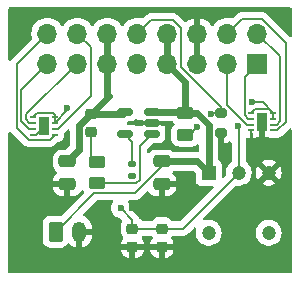
<source format=gbr>
%TF.GenerationSoftware,KiCad,Pcbnew,8.0.1*%
%TF.CreationDate,2024-03-24T19:04:35+02:00*%
%TF.ProjectId,PowerKiCad-CLRMAT005,506f7765-724b-4694-9361-642d434c524d,rev?*%
%TF.SameCoordinates,Original*%
%TF.FileFunction,Copper,L1,Top*%
%TF.FilePolarity,Positive*%
%FSLAX46Y46*%
G04 Gerber Fmt 4.6, Leading zero omitted, Abs format (unit mm)*
G04 Created by KiCad (PCBNEW 8.0.1) date 2024-03-24 19:04:35*
%MOMM*%
%LPD*%
G01*
G04 APERTURE LIST*
G04 Aperture macros list*
%AMRoundRect*
0 Rectangle with rounded corners*
0 $1 Rounding radius*
0 $2 $3 $4 $5 $6 $7 $8 $9 X,Y pos of 4 corners*
0 Add a 4 corners polygon primitive as box body*
4,1,4,$2,$3,$4,$5,$6,$7,$8,$9,$2,$3,0*
0 Add four circle primitives for the rounded corners*
1,1,$1+$1,$2,$3*
1,1,$1+$1,$4,$5*
1,1,$1+$1,$6,$7*
1,1,$1+$1,$8,$9*
0 Add four rect primitives between the rounded corners*
20,1,$1+$1,$2,$3,$4,$5,0*
20,1,$1+$1,$4,$5,$6,$7,0*
20,1,$1+$1,$6,$7,$8,$9,0*
20,1,$1+$1,$8,$9,$2,$3,0*%
G04 Aperture macros list end*
%TA.AperFunction,SMDPad,CuDef*%
%ADD10RoundRect,0.062500X-0.187500X-0.062500X0.187500X-0.062500X0.187500X0.062500X-0.187500X0.062500X0*%
%TD*%
%TA.AperFunction,SMDPad,CuDef*%
%ADD11R,0.900000X1.600000*%
%TD*%
%TA.AperFunction,ComponentPad*%
%ADD12C,1.200000*%
%TD*%
%TA.AperFunction,ComponentPad*%
%ADD13R,1.200000X1.200000*%
%TD*%
%TA.AperFunction,SMDPad,CuDef*%
%ADD14RoundRect,0.225000X-0.250000X0.225000X-0.250000X-0.225000X0.250000X-0.225000X0.250000X0.225000X0*%
%TD*%
%TA.AperFunction,SMDPad,CuDef*%
%ADD15RoundRect,0.250000X-0.475000X0.250000X-0.475000X-0.250000X0.475000X-0.250000X0.475000X0.250000X0*%
%TD*%
%TA.AperFunction,SMDPad,CuDef*%
%ADD16RoundRect,0.218750X0.256250X-0.218750X0.256250X0.218750X-0.256250X0.218750X-0.256250X-0.218750X0*%
%TD*%
%TA.AperFunction,SMDPad,CuDef*%
%ADD17RoundRect,0.150000X0.512500X0.150000X-0.512500X0.150000X-0.512500X-0.150000X0.512500X-0.150000X0*%
%TD*%
%TA.AperFunction,SMDPad,CuDef*%
%ADD18RoundRect,0.250000X0.450000X-0.262500X0.450000X0.262500X-0.450000X0.262500X-0.450000X-0.262500X0*%
%TD*%
%TA.AperFunction,ComponentPad*%
%ADD19R,1.700000X1.700000*%
%TD*%
%TA.AperFunction,ComponentPad*%
%ADD20O,1.700000X1.700000*%
%TD*%
%TA.AperFunction,SMDPad,CuDef*%
%ADD21RoundRect,0.250000X-0.450000X0.262500X-0.450000X-0.262500X0.450000X-0.262500X0.450000X0.262500X0*%
%TD*%
%TA.AperFunction,SMDPad,CuDef*%
%ADD22RoundRect,0.135000X-0.185000X0.135000X-0.185000X-0.135000X0.185000X-0.135000X0.185000X0.135000X0*%
%TD*%
%TA.AperFunction,SMDPad,CuDef*%
%ADD23RoundRect,0.200000X-0.275000X0.200000X-0.275000X-0.200000X0.275000X-0.200000X0.275000X0.200000X0*%
%TD*%
%TA.AperFunction,ComponentPad*%
%ADD24RoundRect,0.250000X-0.350000X-0.625000X0.350000X-0.625000X0.350000X0.625000X-0.350000X0.625000X0*%
%TD*%
%TA.AperFunction,ComponentPad*%
%ADD25O,1.200000X1.750000*%
%TD*%
%TA.AperFunction,ViaPad*%
%ADD26C,0.600000*%
%TD*%
%TA.AperFunction,Conductor*%
%ADD27C,0.400000*%
%TD*%
%TA.AperFunction,Conductor*%
%ADD28C,0.200000*%
%TD*%
%TA.AperFunction,Conductor*%
%ADD29C,0.600000*%
%TD*%
G04 APERTURE END LIST*
D10*
%TO.P,U2,1,VM*%
%TO.N,/BATT_IN*%
X153550000Y-92925000D03*
%TO.P,U2,2,OUT1*%
%TO.N,/Motor2_A*%
X153550000Y-93425000D03*
%TO.P,U2,3,OUT2*%
%TO.N,/Motor2_B*%
X153550000Y-93925000D03*
%TO.P,U2,4,GND*%
%TO.N,GND*%
X153550000Y-94425000D03*
%TO.P,U2,5,IN2*%
%TO.N,/PC7*%
X155450000Y-94425000D03*
%TO.P,U2,6,IN1*%
%TO.N,/PC6*%
X155450000Y-93925000D03*
%TO.P,U2,7,~{SLEEP}*%
%TO.N,/BATT_IN*%
X155450000Y-93425000D03*
%TO.P,U2,8,VCC*%
X155450000Y-92925000D03*
D11*
%TO.P,U2,9,GND*%
%TO.N,GND*%
X154500000Y-93675000D03*
%TD*%
D12*
%TO.P,SW1,*%
%TO.N,*%
X149960000Y-103080000D03*
X155040000Y-103080000D03*
D13*
%TO.P,SW1,1,A*%
%TO.N,/BATT*%
X149960000Y-98000000D03*
D12*
%TO.P,SW1,2,B*%
%TO.N,/BATT_IN*%
X152500000Y-98000000D03*
%TO.P,SW1,3,C*%
%TO.N,GND*%
X155040000Y-98000000D03*
%TD*%
D14*
%TO.P,C1,1*%
%TO.N,/BATT_IN*%
X146000000Y-102725000D03*
%TO.P,C1,2*%
%TO.N,GND*%
X146000000Y-104275000D03*
%TD*%
D15*
%TO.P,C3,1*%
%TO.N,+5V*%
X138000000Y-97050000D03*
%TO.P,C3,2*%
%TO.N,GND*%
X138000000Y-98950000D03*
%TD*%
D16*
%TO.P,D1,1,K*%
%TO.N,/STAT_LIGHT*%
X140000000Y-94562500D03*
%TO.P,D1,2,A*%
%TO.N,+5V*%
X140000000Y-92987500D03*
%TD*%
D17*
%TO.P,U3,1,STAT*%
%TO.N,Net-(U3-STAT)*%
X145137500Y-94725000D03*
%TO.P,U3,2,V_{SS}*%
%TO.N,GND*%
X145137500Y-93775000D03*
%TO.P,U3,3,V_{BAT}*%
%TO.N,/BATT*%
X145137500Y-92825000D03*
%TO.P,U3,4,V_{DD}*%
%TO.N,+5V*%
X142862500Y-92825000D03*
%TO.P,U3,5,PROG*%
%TO.N,Net-(U3-PROG)*%
X142862500Y-94725000D03*
%TD*%
D18*
%TO.P,R2,1*%
%TO.N,Net-(U3-STAT)*%
X140500000Y-98912500D03*
%TO.P,R2,2*%
%TO.N,/STAT_LIGHT*%
X140500000Y-97087500D03*
%TD*%
D15*
%TO.P,C4,1*%
%TO.N,/BATT*%
X146000000Y-97050000D03*
%TO.P,C4,2*%
%TO.N,GND*%
X146000000Y-98950000D03*
%TD*%
D19*
%TO.P,J1,1,Pin_1*%
%TO.N,/Motor2_A*%
X154080000Y-88775000D03*
D20*
%TO.P,J1,2,Pin_2*%
%TO.N,/PC6*%
X154080000Y-86235000D03*
%TO.P,J1,3,Pin_3*%
%TO.N,/Motor2_B*%
X151540000Y-88775000D03*
%TO.P,J1,4,Pin_4*%
%TO.N,/PC7*%
X151540000Y-86235000D03*
%TO.P,J1,5,Pin_5*%
%TO.N,GND*%
X149000000Y-88775000D03*
%TO.P,J1,6,Pin_6*%
X149000000Y-86235000D03*
%TO.P,J1,7,Pin_7*%
%TO.N,/BATT*%
X146460000Y-88775000D03*
%TO.P,J1,8,Pin_8*%
X146460000Y-86235000D03*
%TO.P,J1,9,Pin_9*%
%TO.N,/PD7*%
X143920000Y-88775000D03*
%TO.P,J1,10,Pin_10*%
%TO.N,/BATT_ADC*%
X143920000Y-86235000D03*
%TO.P,J1,11,Pin_11*%
%TO.N,+5V*%
X141380000Y-88775000D03*
%TO.P,J1,12,Pin_12*%
X141380000Y-86235000D03*
%TO.P,J1,13,Pin_13*%
%TO.N,/Motor1_A*%
X138840000Y-88775000D03*
%TO.P,J1,14,Pin_14*%
%TO.N,/PC8*%
X138840000Y-86235000D03*
%TO.P,J1,15,Pin_15*%
%TO.N,/Motor1_B*%
X136300000Y-88775000D03*
%TO.P,J1,16,Pin_16*%
%TO.N,/PC9*%
X136300000Y-86235000D03*
%TD*%
D21*
%TO.P,R3,1*%
%TO.N,/BATT*%
X148000000Y-92950000D03*
%TO.P,R3,2*%
%TO.N,/BATT_ADC*%
X148000000Y-94775000D03*
%TD*%
D22*
%TO.P,R1,1*%
%TO.N,Net-(U3-PROG)*%
X143500000Y-97265000D03*
%TO.P,R1,2*%
%TO.N,GND*%
X143500000Y-98285000D03*
%TD*%
D10*
%TO.P,U1,1,VM*%
%TO.N,/BATT_IN*%
X135050000Y-93275000D03*
%TO.P,U1,2,OUT1*%
%TO.N,/Motor1_A*%
X135050000Y-93775000D03*
%TO.P,U1,3,OUT2*%
%TO.N,/Motor1_B*%
X135050000Y-94275000D03*
%TO.P,U1,4,GND*%
%TO.N,GND*%
X135050000Y-94775000D03*
%TO.P,U1,5,IN2*%
%TO.N,/PC9*%
X136950000Y-94775000D03*
%TO.P,U1,6,IN1*%
%TO.N,/PC8*%
X136950000Y-94275000D03*
%TO.P,U1,7,~{SLEEP}*%
%TO.N,/BATT_IN*%
X136950000Y-93775000D03*
%TO.P,U1,8,VCC*%
X136950000Y-93275000D03*
D11*
%TO.P,U1,9,GND*%
%TO.N,GND*%
X136000000Y-94025000D03*
%TD*%
D23*
%TO.P,R4,1*%
%TO.N,/BATT_ADC*%
X151000000Y-92950000D03*
%TO.P,R4,2*%
%TO.N,GND*%
X151000000Y-94600000D03*
%TD*%
D14*
%TO.P,C2,1*%
%TO.N,/BATT_IN*%
X143500000Y-102725000D03*
%TO.P,C2,2*%
%TO.N,GND*%
X143500000Y-104275000D03*
%TD*%
D24*
%TO.P,J2,1,Pin_1*%
%TO.N,/BATT*%
X137000000Y-103000000D03*
D25*
%TO.P,J2,2,Pin_2*%
%TO.N,GND*%
X139000000Y-103000000D03*
%TD*%
D26*
%TO.N,GND*%
X146500000Y-95500000D03*
X155000000Y-96000000D03*
X150000000Y-84500000D03*
X143500000Y-101000000D03*
X151500000Y-96500000D03*
X136000000Y-94000000D03*
X143500000Y-98312500D03*
%TO.N,/BATT_ADC*%
X150145686Y-93014314D03*
X149014314Y-94145686D03*
%TO.N,/BATT_IN*%
X142500000Y-101000000D03*
X138000000Y-92500000D03*
X152473199Y-94026801D03*
X153600000Y-92000000D03*
%TD*%
D27*
%TO.N,GND*%
X149000000Y-85000000D02*
X148500000Y-84500000D01*
D28*
X153550000Y-94425000D02*
X153550000Y-95450000D01*
D27*
X149000000Y-88775000D02*
X149000000Y-85000000D01*
X143500000Y-98285000D02*
X143500000Y-98312500D01*
D28*
X153550000Y-95450000D02*
X153500000Y-95500000D01*
X136000000Y-94089386D02*
X135314386Y-94775000D01*
X154500000Y-93675000D02*
X154500000Y-95000000D01*
X151000000Y-94600000D02*
X151000000Y-95500000D01*
X136000000Y-94025000D02*
X136000000Y-94089386D01*
X135314386Y-94775000D02*
X135050000Y-94775000D01*
D29*
%TO.N,/BATT*%
X146460000Y-86235000D02*
X146460000Y-88775000D01*
X148000000Y-92950000D02*
X148000000Y-90315000D01*
D28*
X137000000Y-103000000D02*
X140275000Y-99725000D01*
D29*
X149010000Y-97050000D02*
X149960000Y-98000000D01*
D28*
X140275000Y-99725000D02*
X143715256Y-99725000D01*
D29*
X145137500Y-92825000D02*
X147875000Y-92825000D01*
X148950000Y-92950000D02*
X148000000Y-92950000D01*
X147875000Y-92825000D02*
X148000000Y-92950000D01*
D28*
X146000000Y-97440256D02*
X146000000Y-97050000D01*
X143715256Y-99725000D02*
X146000000Y-97440256D01*
D29*
X149960000Y-93960000D02*
X148950000Y-92950000D01*
X148000000Y-90315000D02*
X146460000Y-88775000D01*
X146000000Y-97050000D02*
X149010000Y-97050000D01*
X149960000Y-98000000D02*
X149960000Y-93960000D01*
%TO.N,+5V*%
X140000000Y-92987500D02*
X142700000Y-92987500D01*
X138000000Y-97050000D02*
X139000000Y-96050000D01*
X139000000Y-93987500D02*
X140000000Y-92987500D01*
X141380000Y-86235000D02*
X141380000Y-88775000D01*
X139000000Y-96050000D02*
X139000000Y-93987500D01*
X140012500Y-92987500D02*
X141500000Y-91500000D01*
X141500000Y-91500000D02*
X141380000Y-91380000D01*
X140000000Y-92987500D02*
X140012500Y-92987500D01*
X141380000Y-91380000D02*
X141380000Y-88775000D01*
X142700000Y-92987500D02*
X142862500Y-92825000D01*
D28*
%TO.N,/STAT_LIGHT*%
X140000000Y-96587500D02*
X140500000Y-97087500D01*
X140000000Y-94562500D02*
X140000000Y-96587500D01*
%TO.N,/PC9*%
X136525000Y-95200000D02*
X134710614Y-95200000D01*
X136950000Y-94775000D02*
X136525000Y-95200000D01*
X133700000Y-94189386D02*
X133700000Y-88835000D01*
X134710614Y-95200000D02*
X133700000Y-94189386D01*
X133700000Y-88835000D02*
X136300000Y-86235000D01*
%TO.N,/Motor1_A*%
X134500000Y-93489386D02*
X134500000Y-93060614D01*
X134500000Y-93060614D02*
X138785614Y-88775000D01*
X138785614Y-88775000D02*
X138840000Y-88775000D01*
X135050000Y-93775000D02*
X134785614Y-93775000D01*
X134785614Y-93775000D02*
X134500000Y-93489386D01*
%TO.N,/PC8*%
X137214386Y-94275000D02*
X139990000Y-91499386D01*
X136950000Y-94275000D02*
X137214386Y-94275000D01*
X139990000Y-91499386D02*
X139990000Y-87385000D01*
X139990000Y-87385000D02*
X138840000Y-86235000D01*
%TO.N,/Motor1_B*%
X134719928Y-94275000D02*
X134100000Y-93655071D01*
X134100000Y-93655071D02*
X134100000Y-90975000D01*
X134100000Y-90975000D02*
X136300000Y-88775000D01*
X135050000Y-94275000D02*
X134719928Y-94275000D01*
%TO.N,/PC6*%
X156000000Y-93639386D02*
X156000000Y-88155000D01*
X156000000Y-88155000D02*
X154080000Y-86235000D01*
X155714386Y-93925000D02*
X156000000Y-93639386D01*
X155450000Y-93925000D02*
X155714386Y-93925000D01*
%TO.N,/PC7*%
X156500000Y-93705072D02*
X156500000Y-87028654D01*
X155450000Y-94425000D02*
X155780072Y-94425000D01*
X155780072Y-94425000D02*
X156500000Y-93705072D01*
X156500000Y-87028654D02*
X154471346Y-85000000D01*
X152775000Y-85000000D02*
X151540000Y-86235000D01*
X154471346Y-85000000D02*
X152775000Y-85000000D01*
%TO.N,/Motor2_B*%
X153219928Y-93925000D02*
X151540000Y-92245072D01*
X153550000Y-93925000D02*
X153219928Y-93925000D01*
X151540000Y-92245072D02*
X151540000Y-88775000D01*
%TO.N,/Motor2_A*%
X153550000Y-93425000D02*
X153285614Y-93425000D01*
X153000000Y-93139386D02*
X153000000Y-89855000D01*
X153000000Y-89855000D02*
X154080000Y-88775000D01*
X153285614Y-93425000D02*
X153000000Y-93139386D01*
%TO.N,/BATT_ADC*%
X147610000Y-85758654D02*
X147610000Y-89076472D01*
X151000000Y-92950000D02*
X150210000Y-92950000D01*
X145070000Y-85085000D02*
X146936346Y-85085000D01*
X146936346Y-85085000D02*
X147610000Y-85758654D01*
X150210000Y-92950000D02*
X150145686Y-93014314D01*
X143920000Y-86235000D02*
X145070000Y-85085000D01*
X148385000Y-94775000D02*
X149014314Y-94145686D01*
X147610000Y-89076472D02*
X151000000Y-92466472D01*
X148000000Y-94775000D02*
X148385000Y-94775000D01*
X151000000Y-92466472D02*
X151000000Y-92950000D01*
%TO.N,Net-(U3-PROG)*%
X143500000Y-95362500D02*
X143500000Y-97265000D01*
X142862500Y-94725000D02*
X143500000Y-95362500D01*
%TO.N,Net-(U3-STAT)*%
X144120000Y-95742500D02*
X144120000Y-98603924D01*
X143811424Y-98912500D02*
X140500000Y-98912500D01*
X144120000Y-98603924D02*
X143811424Y-98912500D01*
X145137500Y-94725000D02*
X144120000Y-95742500D01*
%TO.N,/BATT_IN*%
X138000000Y-92500000D02*
X138000000Y-92725000D01*
X136750000Y-92925000D02*
X136950000Y-93125000D01*
X155100000Y-92575000D02*
X155450000Y-92925000D01*
X146000000Y-102725000D02*
X147775000Y-102725000D01*
X153900000Y-92575000D02*
X155100000Y-92575000D01*
X143500000Y-102000000D02*
X142500000Y-101000000D01*
X143500000Y-102725000D02*
X146000000Y-102725000D01*
X147775000Y-102725000D02*
X152500000Y-98000000D01*
X154525000Y-92000000D02*
X153600000Y-92000000D01*
X136950000Y-93775000D02*
X136950000Y-93275000D01*
X152500000Y-98000000D02*
X152500000Y-94053602D01*
X152500000Y-94053602D02*
X152473199Y-94026801D01*
X143500000Y-102725000D02*
X143500000Y-102000000D01*
X153550000Y-92925000D02*
X153900000Y-92575000D01*
X155450000Y-93425000D02*
X155450000Y-92925000D01*
X135050000Y-93275000D02*
X135400000Y-92925000D01*
X155450000Y-92925000D02*
X154525000Y-92000000D01*
X135400000Y-92925000D02*
X136750000Y-92925000D01*
X138000000Y-92725000D02*
X136950000Y-93775000D01*
X136950000Y-93125000D02*
X136950000Y-93275000D01*
%TD*%
%TA.AperFunction,Conductor*%
%TO.N,GND*%
G36*
X154644709Y-93444685D02*
G01*
X154690464Y-93497489D01*
X154700609Y-93532817D01*
X154713989Y-93634468D01*
X154716094Y-93642322D01*
X154712814Y-93643200D01*
X154718581Y-93697073D01*
X154715517Y-93707522D01*
X154716095Y-93707677D01*
X154713990Y-93715529D01*
X154699500Y-93825598D01*
X154699500Y-94024403D01*
X154713989Y-94134468D01*
X154716094Y-94142322D01*
X154712814Y-94143200D01*
X154718581Y-94197073D01*
X154715517Y-94207522D01*
X154716095Y-94207677D01*
X154713990Y-94215529D01*
X154699500Y-94325598D01*
X154699500Y-94524403D01*
X154713988Y-94634463D01*
X154713990Y-94634470D01*
X154713991Y-94634472D01*
X154728668Y-94669906D01*
X154740561Y-94698616D01*
X154750000Y-94746069D01*
X154750000Y-94975000D01*
X154943575Y-94975000D01*
X154991028Y-94984439D01*
X154991361Y-94984577D01*
X155115528Y-95036009D01*
X155225599Y-95050500D01*
X155674400Y-95050499D01*
X155674403Y-95050499D01*
X155784463Y-95036011D01*
X155784467Y-95036009D01*
X155784472Y-95036009D01*
X155787053Y-95034939D01*
X155834505Y-95025501D01*
X155859126Y-95025501D01*
X155859129Y-95025501D01*
X156011857Y-94984577D01*
X156104561Y-94931054D01*
X156148788Y-94905520D01*
X156260592Y-94793716D01*
X156260592Y-94793714D01*
X156270796Y-94783511D01*
X156270800Y-94783506D01*
X156787819Y-94266487D01*
X156849142Y-94233002D01*
X156918834Y-94237986D01*
X156974767Y-94279858D01*
X156999184Y-94345322D01*
X156999500Y-94354168D01*
X156999500Y-106376000D01*
X156979815Y-106443039D01*
X156927011Y-106488794D01*
X156875500Y-106500000D01*
X133124500Y-106500000D01*
X133057461Y-106480315D01*
X133011706Y-106427511D01*
X133000500Y-106376000D01*
X133000500Y-104525000D01*
X142525001Y-104525000D01*
X142525001Y-104548322D01*
X142535144Y-104647607D01*
X142588452Y-104808481D01*
X142588457Y-104808492D01*
X142677424Y-104952728D01*
X142677427Y-104952732D01*
X142797267Y-105072572D01*
X142797271Y-105072575D01*
X142941507Y-105161542D01*
X142941518Y-105161547D01*
X143102393Y-105214855D01*
X143201683Y-105224999D01*
X143249999Y-105224998D01*
X143250000Y-105224998D01*
X143250000Y-104525000D01*
X143750000Y-104525000D01*
X143750000Y-105224999D01*
X143798308Y-105224999D01*
X143798322Y-105224998D01*
X143897607Y-105214855D01*
X144058481Y-105161547D01*
X144058492Y-105161542D01*
X144202728Y-105072575D01*
X144202732Y-105072572D01*
X144322572Y-104952732D01*
X144322575Y-104952728D01*
X144411542Y-104808492D01*
X144411547Y-104808481D01*
X144464855Y-104647606D01*
X144474999Y-104548322D01*
X144475000Y-104548309D01*
X144475000Y-104525000D01*
X145025001Y-104525000D01*
X145025001Y-104548322D01*
X145035144Y-104647607D01*
X145088452Y-104808481D01*
X145088457Y-104808492D01*
X145177424Y-104952728D01*
X145177427Y-104952732D01*
X145297267Y-105072572D01*
X145297271Y-105072575D01*
X145441507Y-105161542D01*
X145441518Y-105161547D01*
X145602393Y-105214855D01*
X145701683Y-105224999D01*
X145749999Y-105224998D01*
X145750000Y-105224998D01*
X145750000Y-104525000D01*
X146250000Y-104525000D01*
X146250000Y-105224999D01*
X146298308Y-105224999D01*
X146298322Y-105224998D01*
X146397607Y-105214855D01*
X146558481Y-105161547D01*
X146558492Y-105161542D01*
X146702728Y-105072575D01*
X146702732Y-105072572D01*
X146822572Y-104952732D01*
X146822575Y-104952728D01*
X146911542Y-104808492D01*
X146911547Y-104808481D01*
X146964855Y-104647606D01*
X146974999Y-104548322D01*
X146975000Y-104548309D01*
X146975000Y-104525000D01*
X146250000Y-104525000D01*
X145750000Y-104525000D01*
X145025001Y-104525000D01*
X144475000Y-104525000D01*
X143750000Y-104525000D01*
X143250000Y-104525000D01*
X142525001Y-104525000D01*
X133000500Y-104525000D01*
X133000500Y-99200000D01*
X136775001Y-99200000D01*
X136775001Y-99249986D01*
X136785494Y-99352697D01*
X136840641Y-99519119D01*
X136840643Y-99519124D01*
X136932684Y-99668345D01*
X137056654Y-99792315D01*
X137205875Y-99884356D01*
X137205880Y-99884358D01*
X137372302Y-99939505D01*
X137372309Y-99939506D01*
X137475019Y-99949999D01*
X137749999Y-99949999D01*
X137750000Y-99949998D01*
X137750000Y-99200000D01*
X136775001Y-99200000D01*
X133000500Y-99200000D01*
X133000500Y-94638013D01*
X133020185Y-94570974D01*
X133072989Y-94525219D01*
X133142147Y-94515275D01*
X133205703Y-94544300D01*
X133213505Y-94552582D01*
X133213733Y-94552355D01*
X133338349Y-94676971D01*
X133338355Y-94676976D01*
X134225753Y-95564374D01*
X134225763Y-95564385D01*
X134230093Y-95568715D01*
X134230094Y-95568716D01*
X134341898Y-95680520D01*
X134414288Y-95722314D01*
X134478829Y-95759577D01*
X134631557Y-95800501D01*
X134631560Y-95800501D01*
X134797267Y-95800501D01*
X134797283Y-95800500D01*
X136438331Y-95800500D01*
X136438347Y-95800501D01*
X136445943Y-95800501D01*
X136604054Y-95800501D01*
X136604057Y-95800501D01*
X136756785Y-95759577D01*
X136821326Y-95722314D01*
X136893716Y-95680520D01*
X137005520Y-95568716D01*
X137005521Y-95568714D01*
X137143872Y-95430362D01*
X137205193Y-95396879D01*
X137215346Y-95395108D01*
X137284472Y-95386009D01*
X137421429Y-95329279D01*
X137539036Y-95239036D01*
X137629279Y-95121429D01*
X137686009Y-94984472D01*
X137700500Y-94874401D01*
X137700499Y-94689482D01*
X137720183Y-94622443D01*
X137736813Y-94601806D01*
X137987820Y-94350800D01*
X138049142Y-94317316D01*
X138118834Y-94322300D01*
X138174767Y-94364172D01*
X138199184Y-94429636D01*
X138199500Y-94438482D01*
X138199500Y-95667059D01*
X138179815Y-95734098D01*
X138163181Y-95754740D01*
X137904739Y-96013181D01*
X137843416Y-96046666D01*
X137817058Y-96049500D01*
X137474998Y-96049500D01*
X137474980Y-96049501D01*
X137372203Y-96060000D01*
X137372200Y-96060001D01*
X137205668Y-96115185D01*
X137205663Y-96115187D01*
X137056342Y-96207289D01*
X136932289Y-96331342D01*
X136840187Y-96480663D01*
X136840186Y-96480666D01*
X136785001Y-96647203D01*
X136785001Y-96647204D01*
X136785000Y-96647204D01*
X136774500Y-96749983D01*
X136774500Y-97350001D01*
X136774501Y-97350019D01*
X136785000Y-97452796D01*
X136785001Y-97452799D01*
X136834089Y-97600936D01*
X136840186Y-97619334D01*
X136932288Y-97768656D01*
X137056344Y-97892712D01*
X137059628Y-97894737D01*
X137059653Y-97894753D01*
X137061445Y-97896746D01*
X137062011Y-97897193D01*
X137061934Y-97897289D01*
X137106379Y-97946699D01*
X137117603Y-98015661D01*
X137089761Y-98079744D01*
X137059665Y-98105826D01*
X137056660Y-98107679D01*
X137056655Y-98107683D01*
X136932684Y-98231654D01*
X136840643Y-98380875D01*
X136840641Y-98380880D01*
X136785494Y-98547302D01*
X136785493Y-98547309D01*
X136775000Y-98650013D01*
X136775000Y-98700000D01*
X138126000Y-98700000D01*
X138193039Y-98719685D01*
X138238794Y-98772489D01*
X138250000Y-98824000D01*
X138250000Y-99949999D01*
X138524972Y-99949999D01*
X138524986Y-99949998D01*
X138627697Y-99939505D01*
X138794119Y-99884358D01*
X138794124Y-99884356D01*
X138943345Y-99792315D01*
X139067315Y-99668345D01*
X139163149Y-99512975D01*
X139165354Y-99514335D01*
X139203495Y-99470984D01*
X139270681Y-99451807D01*
X139337570Y-99471997D01*
X139375283Y-99510705D01*
X139401774Y-99553652D01*
X139424822Y-99591020D01*
X139443263Y-99658412D01*
X139422341Y-99725075D01*
X139406965Y-99743798D01*
X137556226Y-101594537D01*
X137494903Y-101628022D01*
X137455943Y-101630214D01*
X137400011Y-101624500D01*
X136599998Y-101624500D01*
X136599980Y-101624501D01*
X136497203Y-101635000D01*
X136497200Y-101635001D01*
X136330668Y-101690185D01*
X136330663Y-101690187D01*
X136181342Y-101782289D01*
X136057289Y-101906342D01*
X135965187Y-102055663D01*
X135965185Y-102055668D01*
X135946412Y-102112321D01*
X135910001Y-102222203D01*
X135910001Y-102222204D01*
X135910000Y-102222204D01*
X135899500Y-102324983D01*
X135899500Y-103675001D01*
X135899501Y-103675018D01*
X135910000Y-103777796D01*
X135910001Y-103777799D01*
X135951288Y-103902392D01*
X135965186Y-103944334D01*
X136057288Y-104093656D01*
X136181344Y-104217712D01*
X136330666Y-104309814D01*
X136497203Y-104364999D01*
X136599991Y-104375500D01*
X137400008Y-104375499D01*
X137400016Y-104375498D01*
X137400019Y-104375498D01*
X137456302Y-104369748D01*
X137502797Y-104364999D01*
X137669334Y-104309814D01*
X137818656Y-104217712D01*
X137942712Y-104093656D01*
X137982581Y-104029016D01*
X138034525Y-103982294D01*
X138103488Y-103971071D01*
X138167570Y-103998914D01*
X138175799Y-104006434D01*
X138283397Y-104114032D01*
X138423475Y-104215804D01*
X138577744Y-104294408D01*
X138742415Y-104347914D01*
X138742414Y-104347914D01*
X138749999Y-104349115D01*
X138750000Y-104349114D01*
X138750000Y-103280330D01*
X138769745Y-103300075D01*
X138855255Y-103349444D01*
X138950630Y-103375000D01*
X139049370Y-103375000D01*
X139144745Y-103349444D01*
X139230255Y-103300075D01*
X139250000Y-103280330D01*
X139250000Y-104349115D01*
X139257584Y-104347914D01*
X139422255Y-104294408D01*
X139576524Y-104215804D01*
X139716602Y-104114032D01*
X139839032Y-103991602D01*
X139940804Y-103851524D01*
X140019408Y-103697257D01*
X140072914Y-103532584D01*
X140100000Y-103361571D01*
X140100000Y-103250000D01*
X139280330Y-103250000D01*
X139300075Y-103230255D01*
X139349444Y-103144745D01*
X139375000Y-103049370D01*
X139375000Y-102950630D01*
X139349444Y-102855255D01*
X139300075Y-102769745D01*
X139280330Y-102750000D01*
X140100000Y-102750000D01*
X140100000Y-102638428D01*
X140072914Y-102467415D01*
X140019408Y-102302742D01*
X139940804Y-102148475D01*
X139839032Y-102008397D01*
X139716602Y-101885967D01*
X139576524Y-101784195D01*
X139422255Y-101705591D01*
X139404414Y-101699794D01*
X139346738Y-101660356D01*
X139319540Y-101595998D01*
X139331455Y-101527151D01*
X139355047Y-101494187D01*
X140487416Y-100361819D01*
X140548739Y-100328334D01*
X140575097Y-100325500D01*
X141754047Y-100325500D01*
X141821086Y-100345185D01*
X141866841Y-100397989D01*
X141876785Y-100467147D01*
X141859041Y-100515472D01*
X141774211Y-100650476D01*
X141714631Y-100820745D01*
X141714630Y-100820750D01*
X141694435Y-100999996D01*
X141694435Y-101000003D01*
X141714630Y-101179249D01*
X141714631Y-101179254D01*
X141774211Y-101349523D01*
X141865107Y-101494182D01*
X141870184Y-101502262D01*
X141997738Y-101629816D01*
X142150478Y-101725789D01*
X142320745Y-101785368D01*
X142407669Y-101795161D01*
X142472080Y-101822226D01*
X142481465Y-101830700D01*
X142615595Y-101964830D01*
X142649080Y-102026153D01*
X142644096Y-102095845D01*
X142633453Y-102117608D01*
X142587998Y-102191300D01*
X142587996Y-102191305D01*
X142534651Y-102352290D01*
X142524500Y-102451647D01*
X142524500Y-102998337D01*
X142524501Y-102998355D01*
X142534650Y-103097707D01*
X142534651Y-103097710D01*
X142587996Y-103258694D01*
X142588001Y-103258705D01*
X142677029Y-103403040D01*
X142677032Y-103403044D01*
X142686660Y-103412672D01*
X142720145Y-103473995D01*
X142715161Y-103543687D01*
X142686663Y-103588031D01*
X142677428Y-103597265D01*
X142677424Y-103597271D01*
X142588457Y-103741507D01*
X142588452Y-103741518D01*
X142535144Y-103902393D01*
X142525000Y-104001677D01*
X142525000Y-104025000D01*
X144474999Y-104025000D01*
X144474999Y-104001692D01*
X144474998Y-104001677D01*
X144464855Y-103902392D01*
X144411547Y-103741518D01*
X144411542Y-103741507D01*
X144322575Y-103597271D01*
X144322572Y-103597267D01*
X144313339Y-103588034D01*
X144279854Y-103526711D01*
X144284838Y-103457019D01*
X144313343Y-103412668D01*
X144322968Y-103403044D01*
X144334465Y-103384403D01*
X144386412Y-103337679D01*
X144440004Y-103325500D01*
X145059996Y-103325500D01*
X145127035Y-103345185D01*
X145165535Y-103384404D01*
X145177031Y-103403043D01*
X145186660Y-103412672D01*
X145220145Y-103473995D01*
X145215161Y-103543687D01*
X145186663Y-103588031D01*
X145177428Y-103597265D01*
X145177424Y-103597271D01*
X145088457Y-103741507D01*
X145088452Y-103741518D01*
X145035144Y-103902393D01*
X145025000Y-104001677D01*
X145025000Y-104025000D01*
X146974999Y-104025000D01*
X146974999Y-104001692D01*
X146974998Y-104001677D01*
X146964855Y-103902392D01*
X146911547Y-103741518D01*
X146911542Y-103741507D01*
X146822575Y-103597271D01*
X146822572Y-103597267D01*
X146813339Y-103588034D01*
X146779854Y-103526711D01*
X146784838Y-103457019D01*
X146813343Y-103412668D01*
X146822968Y-103403044D01*
X146834465Y-103384403D01*
X146886412Y-103337679D01*
X146940004Y-103325500D01*
X147688331Y-103325500D01*
X147688347Y-103325501D01*
X147695943Y-103325501D01*
X147854054Y-103325501D01*
X147854057Y-103325501D01*
X148006785Y-103284577D01*
X148057366Y-103255374D01*
X148057367Y-103255374D01*
X148143709Y-103205524D01*
X148143708Y-103205524D01*
X148143716Y-103205520D01*
X148255520Y-103093716D01*
X148255520Y-103093714D01*
X148265724Y-103083511D01*
X148265728Y-103083506D01*
X148695578Y-102653655D01*
X148756899Y-102620172D01*
X148826591Y-102625156D01*
X148882524Y-102667028D01*
X148906941Y-102732492D01*
X148902523Y-102775272D01*
X148873603Y-102876914D01*
X148873602Y-102876917D01*
X148854785Y-103079999D01*
X148854785Y-103080000D01*
X148873602Y-103283082D01*
X148929417Y-103479247D01*
X148929422Y-103479260D01*
X149020327Y-103661821D01*
X149143237Y-103824581D01*
X149293958Y-103961980D01*
X149293960Y-103961982D01*
X149365753Y-104006434D01*
X149467363Y-104069348D01*
X149657544Y-104143024D01*
X149858024Y-104180500D01*
X149858026Y-104180500D01*
X150061974Y-104180500D01*
X150061976Y-104180500D01*
X150262456Y-104143024D01*
X150452637Y-104069348D01*
X150626041Y-103961981D01*
X150776764Y-103824579D01*
X150899673Y-103661821D01*
X150990582Y-103479250D01*
X151046397Y-103283083D01*
X151065215Y-103080000D01*
X153934785Y-103080000D01*
X153953602Y-103283082D01*
X154009417Y-103479247D01*
X154009422Y-103479260D01*
X154100327Y-103661821D01*
X154223237Y-103824581D01*
X154373958Y-103961980D01*
X154373960Y-103961982D01*
X154445753Y-104006434D01*
X154547363Y-104069348D01*
X154737544Y-104143024D01*
X154938024Y-104180500D01*
X154938026Y-104180500D01*
X155141974Y-104180500D01*
X155141976Y-104180500D01*
X155342456Y-104143024D01*
X155532637Y-104069348D01*
X155706041Y-103961981D01*
X155856764Y-103824579D01*
X155979673Y-103661821D01*
X156070582Y-103479250D01*
X156126397Y-103283083D01*
X156145215Y-103080000D01*
X156126397Y-102876917D01*
X156070582Y-102680750D01*
X156063749Y-102667028D01*
X156026272Y-102591764D01*
X155979673Y-102498179D01*
X155920704Y-102420091D01*
X155856762Y-102335418D01*
X155706041Y-102198019D01*
X155706039Y-102198017D01*
X155532642Y-102090655D01*
X155532635Y-102090651D01*
X155393140Y-102036611D01*
X155342456Y-102016976D01*
X155141976Y-101979500D01*
X154938024Y-101979500D01*
X154737544Y-102016976D01*
X154737541Y-102016976D01*
X154737541Y-102016977D01*
X154547364Y-102090651D01*
X154547357Y-102090655D01*
X154373960Y-102198017D01*
X154373958Y-102198019D01*
X154223237Y-102335418D01*
X154100327Y-102498178D01*
X154009422Y-102680739D01*
X154009417Y-102680752D01*
X153953602Y-102876917D01*
X153934785Y-103079999D01*
X153934785Y-103080000D01*
X151065215Y-103080000D01*
X151046397Y-102876917D01*
X150990582Y-102680750D01*
X150983749Y-102667028D01*
X150946272Y-102591764D01*
X150899673Y-102498179D01*
X150840704Y-102420091D01*
X150776762Y-102335418D01*
X150626041Y-102198019D01*
X150626039Y-102198017D01*
X150452642Y-102090655D01*
X150452635Y-102090651D01*
X150313140Y-102036611D01*
X150262456Y-102016976D01*
X150061976Y-101979500D01*
X149858024Y-101979500D01*
X149657544Y-102016976D01*
X149657540Y-102016977D01*
X149651909Y-102018030D01*
X149651456Y-102015607D01*
X149592135Y-102015049D01*
X149533715Y-101976722D01*
X149505290Y-101912896D01*
X149515885Y-101843834D01*
X149540505Y-101808728D01*
X152226030Y-99123203D01*
X152287351Y-99089720D01*
X152336493Y-99088998D01*
X152398024Y-99100500D01*
X152398025Y-99100500D01*
X152601974Y-99100500D01*
X152601976Y-99100500D01*
X152802456Y-99063024D01*
X152992637Y-98989348D01*
X153081640Y-98934240D01*
X154459311Y-98934240D01*
X154547585Y-98988897D01*
X154737678Y-99062539D01*
X154938072Y-99100000D01*
X155141928Y-99100000D01*
X155342322Y-99062539D01*
X155532412Y-98988899D01*
X155532416Y-98988897D01*
X155620686Y-98934241D01*
X155620686Y-98934240D01*
X155040001Y-98353553D01*
X155040000Y-98353553D01*
X154459311Y-98934240D01*
X153081640Y-98934240D01*
X153166041Y-98881981D01*
X153316764Y-98744579D01*
X153439673Y-98581821D01*
X153530582Y-98399250D01*
X153586397Y-98203083D01*
X153605215Y-98000000D01*
X153935287Y-98000000D01*
X153954096Y-98202989D01*
X153954097Y-98202992D01*
X154009883Y-98399063D01*
X154009886Y-98399069D01*
X154100751Y-98581551D01*
X154102533Y-98583911D01*
X154646950Y-98039496D01*
X154740000Y-98039496D01*
X154760444Y-98115796D01*
X154799940Y-98184205D01*
X154855795Y-98240060D01*
X154924204Y-98279556D01*
X155000504Y-98300000D01*
X155079496Y-98300000D01*
X155155796Y-98279556D01*
X155224205Y-98240060D01*
X155280060Y-98184205D01*
X155319556Y-98115796D01*
X155340000Y-98039496D01*
X155340000Y-98000000D01*
X155393553Y-98000000D01*
X155977465Y-98583912D01*
X155979247Y-98581553D01*
X155979248Y-98581551D01*
X156070113Y-98399069D01*
X156070116Y-98399063D01*
X156125902Y-98202992D01*
X156125903Y-98202989D01*
X156144713Y-98000000D01*
X156144713Y-97999999D01*
X156125903Y-97797010D01*
X156125902Y-97797007D01*
X156070116Y-97600936D01*
X156070113Y-97600930D01*
X155979249Y-97418449D01*
X155979247Y-97418447D01*
X155977465Y-97416087D01*
X155393553Y-98000000D01*
X155340000Y-98000000D01*
X155340000Y-97960504D01*
X155319556Y-97884204D01*
X155280060Y-97815795D01*
X155224205Y-97759940D01*
X155155796Y-97720444D01*
X155079496Y-97700000D01*
X155000504Y-97700000D01*
X154924204Y-97720444D01*
X154855795Y-97759940D01*
X154799940Y-97815795D01*
X154760444Y-97884204D01*
X154740000Y-97960504D01*
X154740000Y-98039496D01*
X154646950Y-98039496D01*
X154686446Y-98000000D01*
X154686446Y-97999999D01*
X154102533Y-97416087D01*
X154100755Y-97418442D01*
X154100754Y-97418443D01*
X154009886Y-97600930D01*
X154009883Y-97600936D01*
X153954097Y-97797007D01*
X153954096Y-97797010D01*
X153935287Y-97999999D01*
X153935287Y-98000000D01*
X153605215Y-98000000D01*
X153594727Y-97886819D01*
X153586397Y-97796917D01*
X153558821Y-97700000D01*
X153530582Y-97600750D01*
X153439673Y-97418179D01*
X153316764Y-97255421D01*
X153316762Y-97255418D01*
X153166042Y-97118020D01*
X153166041Y-97118019D01*
X153159221Y-97113796D01*
X153116163Y-97065758D01*
X154459311Y-97065758D01*
X155040000Y-97646446D01*
X155040001Y-97646446D01*
X155620687Y-97065758D01*
X155532413Y-97011101D01*
X155532411Y-97011100D01*
X155342321Y-96937460D01*
X155141928Y-96900000D01*
X154938072Y-96900000D01*
X154737678Y-96937460D01*
X154547588Y-97011100D01*
X154547581Y-97011104D01*
X154459312Y-97065757D01*
X154459311Y-97065758D01*
X153116163Y-97065758D01*
X153112587Y-97061769D01*
X153100500Y-97008370D01*
X153100500Y-95161755D01*
X153120185Y-95094716D01*
X153172989Y-95048961D01*
X153240687Y-95038816D01*
X153325624Y-95049999D01*
X153325637Y-95050000D01*
X153425000Y-95050000D01*
X153425000Y-94674499D01*
X153444685Y-94607460D01*
X153497489Y-94561705D01*
X153548997Y-94550499D01*
X153551001Y-94550499D01*
X153618039Y-94570184D01*
X153663794Y-94622988D01*
X153675000Y-94674499D01*
X153675000Y-95050000D01*
X153774363Y-95050000D01*
X153774377Y-95049999D01*
X153884341Y-95035521D01*
X153884342Y-95035521D01*
X154007666Y-94984439D01*
X154055119Y-94975000D01*
X154250000Y-94975000D01*
X154250000Y-94246069D01*
X154259439Y-94198616D01*
X154286009Y-94134472D01*
X154300500Y-94024401D01*
X154300499Y-93825600D01*
X154286009Y-93715528D01*
X154286008Y-93715525D01*
X154283905Y-93707674D01*
X154287207Y-93706789D01*
X154281392Y-93653075D01*
X154284501Y-93642485D01*
X154283905Y-93642326D01*
X154286008Y-93634475D01*
X154286008Y-93634474D01*
X154286009Y-93634472D01*
X154299392Y-93532814D01*
X154327658Y-93468918D01*
X154385983Y-93430447D01*
X154422331Y-93425000D01*
X154577670Y-93425000D01*
X154644709Y-93444685D01*
G37*
%TD.AperFunction*%
%TA.AperFunction,Conductor*%
G36*
X148694099Y-97870185D02*
G01*
X148714741Y-97886819D01*
X148823181Y-97995259D01*
X148856666Y-98056582D01*
X148859500Y-98082940D01*
X148859500Y-98647870D01*
X148859501Y-98647876D01*
X148865908Y-98707483D01*
X148916202Y-98842328D01*
X148916206Y-98842335D01*
X149002452Y-98957544D01*
X149002455Y-98957547D01*
X149117664Y-99043793D01*
X149117671Y-99043797D01*
X149252517Y-99094091D01*
X149252516Y-99094091D01*
X149259444Y-99094835D01*
X149312127Y-99100500D01*
X150250902Y-99100499D01*
X150317941Y-99120183D01*
X150363696Y-99172987D01*
X150373640Y-99242146D01*
X150344615Y-99305702D01*
X150338583Y-99312180D01*
X147562584Y-102088181D01*
X147501261Y-102121666D01*
X147474903Y-102124500D01*
X146940004Y-102124500D01*
X146872965Y-102104815D01*
X146834465Y-102065596D01*
X146828341Y-102055668D01*
X146822968Y-102046956D01*
X146703044Y-101927032D01*
X146703040Y-101927029D01*
X146558705Y-101838001D01*
X146558699Y-101837998D01*
X146558697Y-101837997D01*
X146511103Y-101822226D01*
X146397709Y-101784651D01*
X146298346Y-101774500D01*
X145701662Y-101774500D01*
X145701644Y-101774501D01*
X145602292Y-101784650D01*
X145602289Y-101784651D01*
X145441305Y-101837996D01*
X145441294Y-101838001D01*
X145296959Y-101927029D01*
X145296955Y-101927032D01*
X145177031Y-102046956D01*
X145165535Y-102065596D01*
X145113588Y-102112321D01*
X145059996Y-102124500D01*
X144440004Y-102124500D01*
X144372965Y-102104815D01*
X144334465Y-102065596D01*
X144328341Y-102055668D01*
X144322968Y-102046956D01*
X144203044Y-101927032D01*
X144124075Y-101878323D01*
X144077354Y-101826378D01*
X144069402Y-101804886D01*
X144059577Y-101768216D01*
X144020074Y-101699794D01*
X143980524Y-101631290D01*
X143980518Y-101631282D01*
X143330700Y-100981465D01*
X143297215Y-100920142D01*
X143295163Y-100907686D01*
X143285368Y-100820745D01*
X143225789Y-100650478D01*
X143140958Y-100515471D01*
X143121959Y-100448235D01*
X143142327Y-100381400D01*
X143195594Y-100336186D01*
X143245953Y-100325500D01*
X143628587Y-100325500D01*
X143628603Y-100325501D01*
X143636199Y-100325501D01*
X143794310Y-100325501D01*
X143794313Y-100325501D01*
X143947041Y-100284577D01*
X143997160Y-100255639D01*
X144083972Y-100205520D01*
X144195776Y-100093716D01*
X144195776Y-100093714D01*
X144205984Y-100083507D01*
X144205986Y-100083504D01*
X144702945Y-99586544D01*
X144764264Y-99553062D01*
X144833955Y-99558046D01*
X144889889Y-99599917D01*
X144896161Y-99609132D01*
X144932682Y-99668343D01*
X145056654Y-99792315D01*
X145205875Y-99884356D01*
X145205880Y-99884358D01*
X145372302Y-99939505D01*
X145372309Y-99939506D01*
X145475019Y-99949999D01*
X145749999Y-99949999D01*
X145750000Y-99949998D01*
X145750000Y-99200000D01*
X146250000Y-99200000D01*
X146250000Y-99949999D01*
X146524972Y-99949999D01*
X146524986Y-99949998D01*
X146627697Y-99939505D01*
X146794119Y-99884358D01*
X146794124Y-99884356D01*
X146943345Y-99792315D01*
X147067315Y-99668345D01*
X147159356Y-99519124D01*
X147159358Y-99519119D01*
X147214505Y-99352697D01*
X147214506Y-99352690D01*
X147224999Y-99249986D01*
X147225000Y-99249973D01*
X147225000Y-99200000D01*
X146250000Y-99200000D01*
X145750000Y-99200000D01*
X145750000Y-98824000D01*
X145769685Y-98756961D01*
X145822489Y-98711206D01*
X145874000Y-98700000D01*
X147224999Y-98700000D01*
X147224999Y-98650028D01*
X147224998Y-98650013D01*
X147214505Y-98547302D01*
X147159358Y-98380880D01*
X147159356Y-98380875D01*
X147067315Y-98231654D01*
X146943344Y-98107683D01*
X146943341Y-98107681D01*
X146940339Y-98105829D01*
X146938713Y-98104021D01*
X146937677Y-98103202D01*
X146937817Y-98103024D01*
X146893617Y-98053880D01*
X146882397Y-97984917D01*
X146910243Y-97920836D01*
X146940344Y-97894754D01*
X146943656Y-97892712D01*
X146949549Y-97886819D01*
X147010872Y-97853334D01*
X147037230Y-97850500D01*
X148627060Y-97850500D01*
X148694099Y-97870185D01*
G37*
%TD.AperFunction*%
%TA.AperFunction,Conductor*%
G36*
X151193039Y-94369685D02*
G01*
X151238794Y-94422489D01*
X151250000Y-94474000D01*
X151250000Y-95499999D01*
X151331581Y-95499999D01*
X151402102Y-95493591D01*
X151402107Y-95493590D01*
X151564396Y-95443018D01*
X151711350Y-95354182D01*
X151778904Y-95336346D01*
X151845378Y-95357863D01*
X151889666Y-95411904D01*
X151899500Y-95460299D01*
X151899500Y-97008370D01*
X151879815Y-97075409D01*
X151840778Y-97113797D01*
X151833957Y-97118020D01*
X151683237Y-97255418D01*
X151560327Y-97418178D01*
X151469422Y-97600739D01*
X151469417Y-97600752D01*
X151413602Y-97796917D01*
X151394785Y-97999999D01*
X151394785Y-98000000D01*
X151411122Y-98176309D01*
X151397707Y-98244879D01*
X151375333Y-98275431D01*
X151272178Y-98378585D01*
X151210858Y-98412069D01*
X151141166Y-98407085D01*
X151085232Y-98365214D01*
X151060815Y-98299750D01*
X151060499Y-98290903D01*
X151060499Y-97352129D01*
X151060498Y-97352123D01*
X151054091Y-97292516D01*
X151003797Y-97157671D01*
X151003793Y-97157664D01*
X150917547Y-97042455D01*
X150810188Y-96962085D01*
X150768318Y-96906151D01*
X150760500Y-96862819D01*
X150760500Y-94474000D01*
X150780185Y-94406961D01*
X150832989Y-94361206D01*
X150884500Y-94350000D01*
X151126000Y-94350000D01*
X151193039Y-94369685D01*
G37*
%TD.AperFunction*%
%TA.AperFunction,Conductor*%
G36*
X143905701Y-93466735D02*
G01*
X143953441Y-93498752D01*
X143977704Y-93525000D01*
X144243185Y-93525000D01*
X144306306Y-93542268D01*
X144364602Y-93576744D01*
X144406224Y-93588836D01*
X144522426Y-93622597D01*
X144522429Y-93622597D01*
X144522431Y-93622598D01*
X144559306Y-93625500D01*
X145058658Y-93625500D01*
X146853752Y-93625500D01*
X146920791Y-93645185D01*
X146951531Y-93676497D01*
X146952807Y-93675489D01*
X146957288Y-93681156D01*
X147050951Y-93774819D01*
X147084436Y-93836142D01*
X147079452Y-93905834D01*
X147050951Y-93950181D01*
X146957289Y-94043842D01*
X146865187Y-94193163D01*
X146865185Y-94193168D01*
X146850334Y-94237986D01*
X146810001Y-94359703D01*
X146810001Y-94359704D01*
X146810000Y-94359704D01*
X146799500Y-94462483D01*
X146799500Y-95087501D01*
X146799501Y-95087519D01*
X146810000Y-95190296D01*
X146810001Y-95190299D01*
X146865185Y-95356831D01*
X146865187Y-95356836D01*
X146883181Y-95386009D01*
X146957288Y-95506156D01*
X147081344Y-95630212D01*
X147230666Y-95722314D01*
X147397203Y-95777499D01*
X147499991Y-95788000D01*
X148500008Y-95787999D01*
X148500016Y-95787998D01*
X148500019Y-95787998D01*
X148556302Y-95782248D01*
X148602797Y-95777499D01*
X148769334Y-95722314D01*
X148918656Y-95630212D01*
X148947819Y-95601049D01*
X149009142Y-95567564D01*
X149078834Y-95572548D01*
X149134767Y-95614420D01*
X149159184Y-95679884D01*
X149159500Y-95688730D01*
X149159500Y-96125500D01*
X149139815Y-96192539D01*
X149087011Y-96238294D01*
X149035500Y-96249500D01*
X147037230Y-96249500D01*
X146970191Y-96229815D01*
X146949549Y-96213181D01*
X146943657Y-96207289D01*
X146943656Y-96207288D01*
X146794334Y-96115186D01*
X146627797Y-96060001D01*
X146627795Y-96060000D01*
X146525010Y-96049500D01*
X145474998Y-96049500D01*
X145474980Y-96049501D01*
X145372203Y-96060000D01*
X145372200Y-96060001D01*
X145205668Y-96115185D01*
X145205663Y-96115187D01*
X145056342Y-96207289D01*
X144932181Y-96331451D01*
X144870858Y-96364936D01*
X144801166Y-96359952D01*
X144745233Y-96318080D01*
X144720816Y-96252616D01*
X144720500Y-96243770D01*
X144720500Y-96042597D01*
X144740185Y-95975558D01*
X144756819Y-95954916D01*
X145149916Y-95561819D01*
X145211239Y-95528334D01*
X145237597Y-95525500D01*
X145715686Y-95525500D01*
X145715694Y-95525500D01*
X145752569Y-95522598D01*
X145752571Y-95522597D01*
X145752573Y-95522597D01*
X145809162Y-95506156D01*
X145910398Y-95476744D01*
X146051865Y-95393081D01*
X146168081Y-95276865D01*
X146251744Y-95135398D01*
X146295563Y-94984575D01*
X146297597Y-94977573D01*
X146297598Y-94977567D01*
X146300499Y-94940701D01*
X146300500Y-94940694D01*
X146300500Y-94509306D01*
X146297598Y-94472431D01*
X146294710Y-94462491D01*
X146251745Y-94314606D01*
X146251745Y-94314605D01*
X146251744Y-94314603D01*
X146251744Y-94314602D01*
X146250574Y-94312624D01*
X146250130Y-94310874D01*
X146248647Y-94307446D01*
X146249200Y-94307206D01*
X146233396Y-94244901D01*
X146248753Y-94192603D01*
X146248184Y-94192357D01*
X146250182Y-94187738D01*
X146250581Y-94186382D01*
X146251281Y-94185197D01*
X146297100Y-94027486D01*
X146297295Y-94025001D01*
X146297295Y-94025000D01*
X146031815Y-94025000D01*
X145968694Y-94007732D01*
X145910396Y-93973255D01*
X145910393Y-93973254D01*
X145752573Y-93927402D01*
X145752567Y-93927401D01*
X145715701Y-93924500D01*
X145715694Y-93924500D01*
X144559306Y-93924500D01*
X144559298Y-93924500D01*
X144522432Y-93927401D01*
X144522426Y-93927402D01*
X144364606Y-93973254D01*
X144364603Y-93973255D01*
X144306306Y-94007732D01*
X144243185Y-94025000D01*
X143977704Y-94025000D01*
X143953440Y-94051248D01*
X143893479Y-94087114D01*
X143823645Y-94084869D01*
X143783987Y-94060468D01*
X143783031Y-94061702D01*
X143776862Y-94056917D01*
X143635396Y-93973255D01*
X143635393Y-93973254D01*
X143477573Y-93927402D01*
X143477567Y-93927401D01*
X143440701Y-93924500D01*
X143440694Y-93924500D01*
X143147316Y-93924500D01*
X143080277Y-93904815D01*
X143034522Y-93852011D01*
X143024578Y-93782853D01*
X143053603Y-93719297D01*
X143078425Y-93697398D01*
X143154752Y-93646398D01*
X143221430Y-93625520D01*
X143223643Y-93625500D01*
X143440686Y-93625500D01*
X143440694Y-93625500D01*
X143477569Y-93622598D01*
X143477571Y-93622597D01*
X143477573Y-93622597D01*
X143519191Y-93610505D01*
X143635398Y-93576744D01*
X143776865Y-93493081D01*
X143776870Y-93493075D01*
X143783031Y-93488298D01*
X143784339Y-93489984D01*
X143836009Y-93461761D01*
X143905701Y-93466735D01*
G37*
%TD.AperFunction*%
%TA.AperFunction,Conductor*%
G36*
X156942539Y-84020185D02*
G01*
X156988294Y-84072989D01*
X156999500Y-84124500D01*
X156999500Y-86379557D01*
X156979815Y-86446596D01*
X156927011Y-86492351D01*
X156857853Y-86502295D01*
X156794297Y-86473270D01*
X156787819Y-86467238D01*
X154958936Y-84638355D01*
X154958934Y-84638352D01*
X154840063Y-84519481D01*
X154840062Y-84519480D01*
X154753250Y-84469360D01*
X154753250Y-84469359D01*
X154753246Y-84469358D01*
X154703131Y-84440423D01*
X154550403Y-84399499D01*
X154392289Y-84399499D01*
X154384693Y-84399499D01*
X154384677Y-84399500D01*
X152861670Y-84399500D01*
X152861654Y-84399499D01*
X152854058Y-84399499D01*
X152695943Y-84399499D01*
X152619579Y-84419961D01*
X152543214Y-84440423D01*
X152543209Y-84440426D01*
X152406290Y-84519475D01*
X152406282Y-84519481D01*
X152023529Y-84902233D01*
X151962206Y-84935718D01*
X151903755Y-84934327D01*
X151775413Y-84899938D01*
X151775403Y-84899936D01*
X151540001Y-84879341D01*
X151539999Y-84879341D01*
X151304596Y-84899936D01*
X151304586Y-84899938D01*
X151076344Y-84961094D01*
X151076335Y-84961098D01*
X150862171Y-85060964D01*
X150862169Y-85060965D01*
X150668597Y-85196505D01*
X150501508Y-85363594D01*
X150371269Y-85549595D01*
X150316692Y-85593219D01*
X150247193Y-85600412D01*
X150184839Y-85568890D01*
X150168119Y-85549594D01*
X150038113Y-85363926D01*
X150038108Y-85363920D01*
X149871082Y-85196894D01*
X149677578Y-85061399D01*
X149463492Y-84961570D01*
X149463486Y-84961567D01*
X149250000Y-84904364D01*
X149250000Y-85801988D01*
X149192993Y-85769075D01*
X149065826Y-85735000D01*
X148934174Y-85735000D01*
X148807007Y-85769075D01*
X148750000Y-85801988D01*
X148750000Y-84904364D01*
X148749999Y-84904364D01*
X148536513Y-84961567D01*
X148536507Y-84961570D01*
X148322422Y-85061399D01*
X148322420Y-85061400D01*
X148128919Y-85196891D01*
X148100873Y-85224936D01*
X148039549Y-85258419D01*
X147969858Y-85253432D01*
X147925516Y-85224934D01*
X147423935Y-84723354D01*
X147423934Y-84723352D01*
X147305063Y-84604481D01*
X147305062Y-84604480D01*
X147218250Y-84554360D01*
X147218250Y-84554359D01*
X147218246Y-84554358D01*
X147168131Y-84525423D01*
X147015403Y-84484499D01*
X146857289Y-84484499D01*
X146849693Y-84484499D01*
X146849677Y-84484500D01*
X145156670Y-84484500D01*
X145156654Y-84484499D01*
X145149058Y-84484499D01*
X144990943Y-84484499D01*
X144914579Y-84504961D01*
X144838214Y-84525423D01*
X144838209Y-84525426D01*
X144701290Y-84604475D01*
X144701286Y-84604478D01*
X144403529Y-84902234D01*
X144342206Y-84935718D01*
X144283755Y-84934327D01*
X144155413Y-84899938D01*
X144155403Y-84899936D01*
X143920001Y-84879341D01*
X143919999Y-84879341D01*
X143684596Y-84899936D01*
X143684586Y-84899938D01*
X143456344Y-84961094D01*
X143456335Y-84961098D01*
X143242171Y-85060964D01*
X143242169Y-85060965D01*
X143048597Y-85196505D01*
X142881505Y-85363597D01*
X142751575Y-85549158D01*
X142696998Y-85592783D01*
X142627500Y-85599977D01*
X142565145Y-85568454D01*
X142548425Y-85549158D01*
X142418494Y-85363597D01*
X142251402Y-85196506D01*
X142251395Y-85196501D01*
X142057834Y-85060967D01*
X142057830Y-85060965D01*
X142057828Y-85060964D01*
X141843663Y-84961097D01*
X141843659Y-84961096D01*
X141843655Y-84961094D01*
X141615413Y-84899938D01*
X141615403Y-84899936D01*
X141380001Y-84879341D01*
X141379999Y-84879341D01*
X141144596Y-84899936D01*
X141144586Y-84899938D01*
X140916344Y-84961094D01*
X140916335Y-84961098D01*
X140702171Y-85060964D01*
X140702169Y-85060965D01*
X140508597Y-85196505D01*
X140341505Y-85363597D01*
X140211575Y-85549158D01*
X140156998Y-85592783D01*
X140087500Y-85599977D01*
X140025145Y-85568454D01*
X140008425Y-85549158D01*
X139878494Y-85363597D01*
X139711402Y-85196506D01*
X139711395Y-85196501D01*
X139517834Y-85060967D01*
X139517830Y-85060965D01*
X139517828Y-85060964D01*
X139303663Y-84961097D01*
X139303659Y-84961096D01*
X139303655Y-84961094D01*
X139075413Y-84899938D01*
X139075403Y-84899936D01*
X138840001Y-84879341D01*
X138839999Y-84879341D01*
X138604596Y-84899936D01*
X138604586Y-84899938D01*
X138376344Y-84961094D01*
X138376335Y-84961098D01*
X138162171Y-85060964D01*
X138162169Y-85060965D01*
X137968597Y-85196505D01*
X137801505Y-85363597D01*
X137671575Y-85549158D01*
X137616998Y-85592783D01*
X137547500Y-85599977D01*
X137485145Y-85568454D01*
X137468425Y-85549158D01*
X137338494Y-85363597D01*
X137171402Y-85196506D01*
X137171395Y-85196501D01*
X136977834Y-85060967D01*
X136977830Y-85060965D01*
X136977828Y-85060964D01*
X136763663Y-84961097D01*
X136763659Y-84961096D01*
X136763655Y-84961094D01*
X136535413Y-84899938D01*
X136535403Y-84899936D01*
X136300001Y-84879341D01*
X136299999Y-84879341D01*
X136064596Y-84899936D01*
X136064586Y-84899938D01*
X135836344Y-84961094D01*
X135836335Y-84961098D01*
X135622171Y-85060964D01*
X135622169Y-85060965D01*
X135428597Y-85196505D01*
X135261505Y-85363597D01*
X135125965Y-85557169D01*
X135125964Y-85557171D01*
X135026098Y-85771335D01*
X135026094Y-85771344D01*
X134964938Y-85999586D01*
X134964936Y-85999596D01*
X134944341Y-86234999D01*
X134944341Y-86235000D01*
X134964936Y-86470403D01*
X134964938Y-86470413D01*
X134999327Y-86598756D01*
X134997664Y-86668606D01*
X134967233Y-86718530D01*
X133331286Y-88354478D01*
X133213733Y-88472031D01*
X133211714Y-88470012D01*
X133166431Y-88503067D01*
X133096684Y-88507212D01*
X133035769Y-88472991D01*
X133003025Y-88411269D01*
X133000500Y-88386372D01*
X133000500Y-84124500D01*
X133020185Y-84057461D01*
X133072989Y-84011706D01*
X133124500Y-84000500D01*
X156875500Y-84000500D01*
X156942539Y-84020185D01*
G37*
%TD.AperFunction*%
%TA.AperFunction,Conductor*%
G36*
X149250000Y-88341988D02*
G01*
X149192993Y-88309075D01*
X149065826Y-88275000D01*
X148934174Y-88275000D01*
X148807007Y-88309075D01*
X148750000Y-88341988D01*
X148750000Y-86668012D01*
X148807007Y-86700925D01*
X148934174Y-86735000D01*
X149065826Y-86735000D01*
X149192993Y-86700925D01*
X149250000Y-86668012D01*
X149250000Y-88341988D01*
G37*
%TD.AperFunction*%
%TD*%
M02*

</source>
